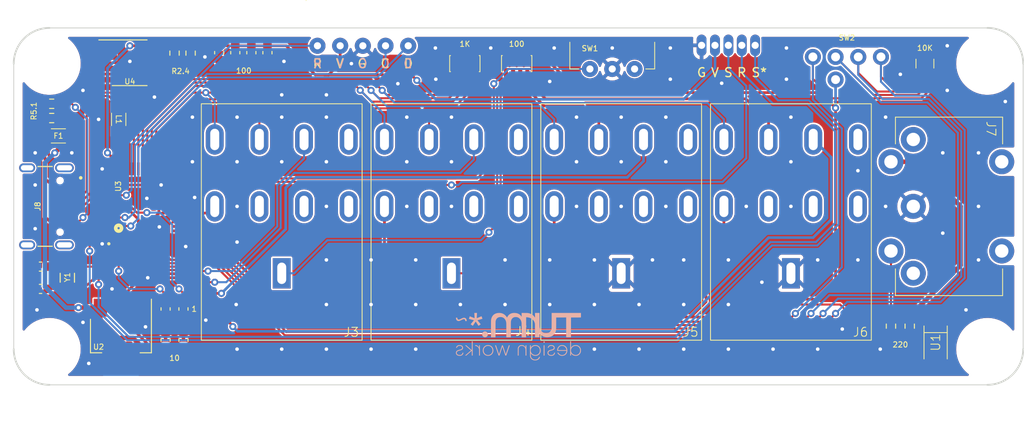
<source format=kicad_pcb>
(kicad_pcb (version 20221018) (generator pcbnew)
  (title_block (title "ark.*~") (date "2023-06-11") (rev "2.0b") (company "Turm Design Works LLC.") (comment 1 "BETA 2.0 "))
  (layers (0 "F.Cu" signal) (31 "B.Cu" signal) (34 "B.Paste" user) (35 "F.Paste" user) (36 "B.SilkS" user "B.Silkscreen") (37 "F.SilkS" user "F.Silkscreen") (38 "B.Mask" user) (39 "F.Mask" user) (44 "Edge.Cuts" user))
  (net 0 "")
  (net 1 "Net-(F1-Pad1)")
  (net 2 "Net-(U2-VIN)")
  (net 3 "Net-(C3-Pad1)")
  (net 4 "Net-(C4-Pad1)")
  (net 5 "Net-(U3-AREF)")
  (net 6 "/5V")
  (net 7 "/USB-D+")
  (net 8 "/USB-D-")
  (net 9 "Net-(U3-VDDCORE)")
  (net 10 "/3.3V")
  (net 11 "/RST")
  (net 12 "/SWCLK")
  (net 13 "/D+")
  (net 14 "/D-")
  (net 15 "/FS1")
  (net 16 "/S1")
  (net 19 "/FS2")
  (net 20 "/S2")
  (net 23 "/EXP1")
  (net 24 "/S3")
  (net 27 "/EXP2")
  (net 28 "/S4")
  (net 31 "Net-(U3-SDA)")
  (net 32 "Net-(U3-SCL)")
  (net 33 "/SWDIO")
  (net 35 "/74SER")
  (net 36 "/GND")
  (net 37 "/MIDIOUT")
  (net 47 "/74SCLK")
  (net 51 "Net-(J7-5V)")
  (net 52 "Net-(J7-DT)")
  (net 55 "Net-(J8-CC1)")
  (net 57 "Net-(J8-CC2)")
  (net 71 "/DIP1")
  (net 72 "/DIP2")
  (net 73 "/DIP4")
  (net 74 "/DIP8")
  (net 75 "/GND-S1")
  (net 76 "/GND-S2")
  (net 77 "/3.3V-E3")
  (net 78 "/3.3V-E4")
  (net 79 "/FS4")
  (net 80 "/FS3")
  (net 81 "/74RCLK")
  (net 82 "/SLIDE-SW")
  (footprint "MyLibrary:MNR04M0ABJ103_register-arrray-small" (layer "F.Cu") (at 177 49)
    (fp_text reference "R11" hide)
    (fp_text value "10K")
  )
  (footprint "Capacitor_SMD:C_0603_1608Metric" (layer "F.Cu") (at 78 74.25 180)
    (fp_text reference "C4" hide)
    (fp_text value "22pF" hide)
  )
  (footprint "MyLibrary:BCN164AB221J7" (layer "F.Cu") (at 131.3 49 180)
    (fp_text reference "R12" hide)
    (fp_text value "100")
  )
  (footprint "MyLibrary:NELTRON_5077CR-16SMC2-BK-TR" (layer "F.Cu") (at 80.18 65 -90)
    (fp_text reference "J8")
    (fp_text value "Type-C_5077CR-16SMC2-BK-TR" hide)
  )
  (footprint "Capacitor_SMD:C_0603_1608Metric" (layer "F.Cu") (at 92 80 -90)
    (fp_text reference "C2" hide)
    (fp_text value "106|10uf" hide)
  )
  (footprint "MyLibrary:BCN164AB221J7" (layer "F.Cu") (at 125.5 49 180)
    (fp_text reference "R8" hide)
    (fp_text value "1K")
  )
  (footprint "MyLibrary:MF-NSMF" (layer "F.Cu") (at 80 57.1)
    (fp_text reference "F1")
    (fp_text value "MF-NSMF050-2" hide)
  )
  (footprint "MyLibrary:SS-12D01G3_SLIDE-SW" (layer "F.Cu") (at 142 49.6)
    (fp_text reference "SW1")
    (fp_text value "SW_SPDT" hide)
  )
  (footprint "Resistor_SMD:R_0603_1608Metric" (layer "F.Cu") (at 175.3 78.425 90)
    (fp_text reference "R5" hide)
    (fp_text value "220")
  )
  (footprint "MyLibrary:MJ-188LPD-8C" (layer "F.Cu") (at 124 72.5)
    (fp_text reference "J4")
    (fp_text value "~" hide)
  )
  (footprint "MyLibrary:KDJ03-5_MIDI" (layer "F.Cu") (at 175.7 65 -90)
    (fp_text reference "J7")
    (fp_text value "~" hide)
  )
  (footprint "MyLibrary:5ZH" (layer "F.Cu") (at 155 46.95)
    (fp_text reference "J9" hide)
    (fp_text value "~")
  )
  (footprint "Resistor_SMD:R_0603_1608Metric" (layer "F.Cu") (at 79.25 55.1 180)
    (fp_text reference "R1" hide)
    (fp_text value "5.1K" hide)
  )
  (footprint "MyLibrary:MJ-188LPD-8C" (layer "F.Cu") (at 162 72.5)
    (fp_text reference "J6")
    (fp_text value "~")
  )
  (footprint "Capacitor_SMD:C_0603_1608Metric" (layer "F.Cu") (at 92 76.5 -90)
    (fp_text reference "C5" hide)
    (fp_text value "1uF" hide)
  )
  (footprint "MyLibrary:bolt-hole-M3" (layer "F.Cu") (at 79.000001 81)
    (fp_text reference "REF**" hide)
    (fp_text value "bolt-hole-M3" hide)
  )
  (footprint "MyLibrary:FR01_dip-rotary16" (layer "F.Cu") (at 168.27 48.25 180)
    (fp_text reference "SW2")
    (fp_text value "~" hide)
  )
  (footprint "MyLibrary:bolt-hole-M3" (layer "F.Cu") (at 184 49)
    (fp_text reference "REF**" hide)
    (fp_text value "bolt-hole-M3" hide)
  )
  (footprint "Capacitor_SMD:C_0603_1608Metric" (layer "F.Cu") (at 78 71.75 180)
    (fp_text reference "C3" hide)
    (fp_text value "22pF" hide)
  )
  (footprint "MyLibrary:SDCW3216-2-222TF" (layer "F.Cu") (at 86.75 55.25 -90)
    (fp_text reference "L1")
    (fp_text value "SDCW3216-2-222TF" hide)
  )
  (footprint "Capacitor_SMD:C_0603_1608Metric" (layer "F.Cu") (at 94 80 90)
    (fp_text reference "C1" hide)
    (fp_text value "106|10uf" hide)
  )
  (footprint "MyLibrary:bolt-hole-M3" (layer "F.Cu") (at 184 81)
    (fp_text reference "REF**" hide)
    (fp_text value "bolt-hole-M3" hide)
  )
  (footprint "MyLibrary:XTAL_FC-135_32.7680KA-A0" (layer "F.Cu") (at 81 73 -90)
    (fp_text reference "Y1")
    (fp_text value "FC-135_32.7680KHz" hide)
  )
  (footprint "Resistor_SMD:R_0603_1608Metric" (layer "F.Cu") (at 79.25 53.5 180)
    (fp_text reference "R2" hide)
    (fp_text value "5.1K" hide)
  )
  (footprint "MyLibrary:bolt-hole-M3" (layer "F.Cu") (at 79.000001 49.000001)
    (fp_text reference "REF**" hide)
    (fp_text value "bolt-hole-M3" hide)
  )
  (footprint "Package_SO:SOIC-8_3.9x4.9mm_P1.27mm" (layer "F.Cu") (at 87.975 48.905)
    (fp_text reference "U4")
    (fp_text value "AT24C32E-EEPROM" hide)
  )
  (footprint "Package_TO_SOT_SMD:SOT-223" (layer "F.Cu") (at 87 79.5 -90)
    (fp_text reference "U2")
    (fp_text value "LM1117GS-3.3" hide)
  )
  (footprint "Resistor_SMD:R_0603_1608Metric" (layer "F.Cu") (at 93 47.825 90)
    (fp_text reference "R4" hide)
    (fp_text value "2.4K" hide)
  )
  (footprint "Capacitor_SMD:C_0603_1608Metric" (layer "F.Cu") (at 98 47.775 90)
    (fp_text reference "C9" hide)
    (fp_text value "100nF" hide)
  )
  (footprint "Capacitor_SMD:C_0603_1608Metric" (layer "F.Cu") (at 103.4 47.775 90)
    (fp_text reference "C10" hide)
    (fp_text value "100nF" hide)
  )
  (footprint "MyLibrary:MJ-188LPD-8C" (layer "F.Cu") (at 105 72.5)
    (fp_text reference "J3")
    (fp_text value "~")
  )
  (footprint "MyLibrary:5tht" (layer "F.Cu") (at 114.08 47 90)
    (fp_text reference "J2" hide)
    (fp_text value "SAMDfix" hide)
  )
  (footprint "Resistor_SMD:R_0603_1608Metric" (layer "F.Cu") (at 94.8 47.825 90)
    (fp_text reference "R3" hide)
    (fp_text value "2.4K" hide)
  )
  (footprint "Capacitor_SMD:C_0603_1608Metric" (layer "F.Cu") (at 99.8 47.775 -90)
    (fp_text reference "C6" hide)
    (fp_text value "100nF" hide)
  )
  (footprint "MyLibrary:MS18F_BARRIER" (layer "F.Cu") (at 178.2 80.25 -90)
    (fp_text reference "U1")
    (fp_text value "MS18F")
  )
  (footprint "Capacitor_SMD:C_0603_1608Metric" (layer "F.Cu") (at 94 76.5 90)
    (fp_text reference "C8" hide)
    (fp_text value "1uF|105" hide)
  )
  (footprint "Capacitor_SMD:C_0603_1608Metric" (layer "F.Cu") (at 101.6 47.775 90)
    (fp_text reference "C7" hide)
    (fp_text value "100nF" hide)
  )
  (footprint "MyLibrary:QFP50P900X900X120-48N" (layer "F.Cu") (at 89.2 65 90)
    (fp_text reference "U3")
    (fp_text value "ATSAMD21G18A_ARM-Cortex-m0+" hide)
  )
  (footprint "MyLibrary:MJ-188LPD-8C" (layer "F.Cu") (at 143 72.5)
    (fp_text reference "J5")
    (fp_text value "~")
  )
  (footprint "Resistor_SMD:R_0603_1608Metric" (layer "F.Cu") (at 173.2 78.425 90)
    (fp_text reference "R6" hide)
    (fp_text value "220")
  )
  (footprint "MyLibrary:tdw14mm" (layer "B.Cu") (at 131.5 79.6 180)
    (fp_text reference "G***" hide)
    (fp_text value "LOGO" hide)
  )
  (gr_line (start 75 49) (end 75 81) (stroke (width 0.1)) (layer "Edge.Cuts"))
  (gr_line (start 79 85) (end 184 85) (stroke (width 0.1)) (layer "Edge.Cuts"))
  (gr_arc (start 75.000001 49.000001) (mid 76.171574 46.171574) (end 79.000001 45.000001) (stroke (width 0.2)) (layer "Edge.Cuts"))
  (gr_line (start 184 45) (end 79 45) (stroke (width 0.1)) (layer "Edge.Cuts"))
  (gr_arc (start 184 45) (mid 186.828427 46.171573) (end 188 49) (stroke (width 0.2)) (layer "Edge.Cuts"))
  (gr_arc (start 188 81) (mid 186.828427 83.828427) (end 184 85) (stroke (width 0.2)) (layer "Edge.Cuts"))
  (gr_line (start 188 81) (end 188 49) (stroke (width 0.1)) (layer "Edge.Cuts"))
  (gr_arc (start 79.000001 85) (mid 76.171574 83.828427) (end 75.000001 81) (stroke (width 0.2)) (layer "Edge.Cuts"))
  (gr_text "V" (at 111.5568 49) (layer "B.SilkS") (effects (font (size 1 1)) (justify mirror)))
  (gr_text "R" (at 109 49) (layer "B.SilkS") (effects (font (size 1 1)) (justify mirror)))
  (gr_text "C" (at 116.586 49) (layer "B.SilkS") (effects (font (size 1 1)) (justify mirror)))
  (gr_text "G" (at 114.0968 49) (layer "B.SilkS") (effects (font (size 1 1)) (justify mirror)))
  (gr_text "D" (at 119.126 49) (layer "B.SilkS") (effects (font (size 1 1)) (justify mirror)))
  (gr_text "C" (at 116.586 49) (layer "F.SilkS") (effects (font (size 1 1))))
  (gr_text "220" (at 174.25 80.5) (layer "F.SilkS") (effects (font (size 0.6 0.6) (thickness 0.1) bold)))
  (gr_text "D" (at 119.1768 49) (layer "F.SilkS") (effects (font (size 1 1))))
  (gr_text "V" (at 111.5 49) (layer "F.SilkS") (effects (font (size 1 1))))
  (gr_text "1" (at 95.2 76.5) (layer "F.SilkS") (effects (font (size 0.6 0.6) (thickness 0.1) bold)))
  (gr_text "R2.4" (at 92.6 50.2) (layer "F.SilkS") (effects (font (size 0.6 0.6) (thickness 0.1) bold) (justify left bottom)))
  (gr_text "10" (at 93 82) (layer "F.SilkS") (effects (font (size 0.6 0.6) (thickness 0.1) bold)))
  (gr_text "G" (at 114 49) (layer "F.SilkS") (effects (font (size 1 1))))
  (gr_text "100" (at 100.75 49.8) (layer "F.SilkS") (effects (font (size 0.6 0.6) (thickness 0.1) bold)))
  (gr_text "V" (at 153.5 50) (layer "F.SilkS") (effects (font (size 1 1))))
  (gr_text "G" (at 152 50) (layer "F.SilkS") (effects (font (size 1 1))))
  (gr_text "S" (at 155 50) (layer "F.SilkS") (effects (font (size 1 1))))
  (gr_text "R" (at 156.5 50) (layer "F.SilkS") (effects (font (size 1 1))))
  (gr_text "R5.1" (at 77.6 55.4 90) (layer "F.SilkS") (effects (font (size 0.6 0.6) (thickness 0.1) bold) (justify left bottom)))
  (gr_text "S*" (at 157.5 50) (layer "F.SilkS") (effects (font (size 1 1)) (justify left)))
  (gr_text "R" (at 108.4 49.6) (layer "F.SilkS") (effects (font (size 1 1)) (justify left bottom)))
  (segment (start 81.095 67.25) (end 79.6 67.25) (width 0.3) (layer "F.Cu") (net 1))
  (segment (start 78.5 61.87) (end 78.5 61) (width 0.3) (layer "F.Cu") (net 1))
  (segment (start 78.5 66.15) (end 78.5 61) (width 0.3) (layer "F.Cu") (net 1))
  (segment (start 81.245 62.6) (end 81.095 62.75) (width 0.3) (layer "F.Cu") (net 1))
  (segment (start 79.38 62.75) (end 78.5 61.87) (width 0.3) (layer "F.Cu") (net 1))
  (segment (start 81.245 67.4) (end 81.095 67.25) (width 0.3) (layer "F.Cu") (net 1))
  (segment (start 78.5 57.1) (end 78.5 61) (width 0.3) (layer "F.Cu") (net 1))
  (segment (start 81.095 62.75) (end 79.38 62.75) (width 0.3) (layer "F.Cu") (net 1))
  (segment (start 79.6 67.25) (end 78.5 66.15) (width 0.3) (layer "F.Cu") (net 1))
  (segment (start 93 82.4) (end 178.2 82.4) (width 0.5) (layer "F.Cu") (net 2))
  (segment (start 88.35 79.75) (end 91 82.4) (width 0.5) (layer "F.Cu") (net 2))
  (segment (start 94 80.775) (end 94 81.4) (width 0.5) (layer "F.Cu") (net 2))
  (segment (start 82.25 76.35) (end 84.7 76.35) (width 0.5) (layer "F.Cu") (net 2))
  (segment (start 84.7 76.35) (end 84.7 77.7) (width 0.5) (layer "F.Cu") (net 2))
  (segment (start 79.6 59) (end 81.5 57.1) (width 0.5) (layer "F.Cu") (net 2))
  (segment (start 86.75 79.75) (end 88.35 79.75) (width 0.5) (layer "F.Cu") (net 2))
  (segment (start 94 81.4) (end 93 82.4) (width 0.5) (layer "F.Cu") (net 2))
  (segment (start 84.7 77.7) (end 86.75 79.75) (width 0.5) (layer "F.Cu") (net 2))
  (segment (start 91 82.4) (end 93 82.4) (width 0.5) (layer "F.Cu") (net 2))
  (via (at 82.25 76.35) (size 0.8) (drill 0.4) (layers "F.Cu" "B.Cu") (net 2))
  (via (at 79.6 59) (size 0.8) (drill 0.4) (layers "F.Cu" "B.Cu") (net 2))
  (segment (start 82.25 76.35) (end 80.85 76.35) (width 0.5) (layer "B.Cu") (net 2))
  (segment (start 78.5 60.1) (end 79.6 59) (width 0.5) (layer "B.Cu") (net 2))
  (segment (start 78.5 74) (end 78.5 60.1) (width 0.5) (layer "B.Cu") (net 2))
  (segment (start 80.85 76.35) (end 78.5 74) (width 0.5) (layer "B.Cu") (net 2))
  (segment (start 84.75 71.75) (end 86.45 70.05) (width 0.23) (layer "F.Cu") (net 3))
  (segment (start 86.45 70.05) (end 86.45 69.2) (width 0.23) (layer "F.Cu") (net 3))
  (segment (start 79 71.75) (end 84.75 71.75) (width 0.23) (layer "F.Cu") (net 3))
  (segment (start 79 74.25) (end 81 74.25) (width 0.23) (layer "F.Cu") (net 4))
  (segment (start 82.787402 74.25) (end 86.95 70.087402) (width 0.23) (layer "F.Cu") (net 4))
  (segment (start 81 74.25) (end 82.787402 74.25) (width 0.23) (layer "F.Cu") (net 4))
  (segment (start 86.95 70.087402) (end 86.95 69.2) (width 0.23) (layer "F.Cu") (net 4))
  (segment (start 86.75 71.5) (end 87.95 70.3) (width 0.23) (layer "F.Cu") (net 5))
  (segment (start 92 74.875) (end 92 75.725) (width 0.23) (layer "F.Cu") (net 5))
  (segment (start 86.75 72.25) (end 86.75 71.5) (width 0.23) (layer "F.Cu") (net 5))
  (segment (start 91.375 74.25) (end 92 74.875) (width 0.23) (layer "F.Cu") (net 5))
  (segment (start 87.95 70.3) (end 87.95 69.2) (width 0.23) (layer "F.Cu") (net 5))
  (via (at 86.75 72.25) (size 0.8) (drill 0.4) (layers "F.Cu" "B.Cu") (net 5))
  (via (at 91.375 74.25) (size 0.8) (drill 0.4) (layers "F.Cu" "B.Cu") (net 5))
  (segment (start 87.95 74.25) (end 91.375 74.25) (width 0.23) (layer "B.Cu") (net 5))
  (segment (start 86.75 72.25) (end 86.75 73.05) (width 0.23) (layer "B.Cu") (net 5))
  (segment (start 86.75 73.05) (end 87.95 74.25) (width 0.23) (layer "B.Cu") (net 5))
  (segment (start 178.2 78.1) (end 177.05 79.25) (width 0.5) (layer "F.Cu") (net 6))
  (segment (start 177.05 79.25) (end 175.3 79.25) (width 0.5) (layer "F.Cu") (net 6))
  (segment (start 82.3 64.75) (end 83.55 63.5) (width 0.23) (layer "F.Cu") (net 7))
  (segment (start 81.245 64.75) (end 82.3 64.75) (width 0.23) (layer "F.Cu") (net 7))
  (segment (start 85.63 52.63) (end 86.25 53.25) (width 0.23) (layer "F.Cu") (net 7))
  (segment (start 83.55 53.487402) (end 84.407402 52.63) (width 0.23) (layer "F.Cu") (net 7))
  (segment (start 83.55 64.2) (end 83.55 53.487402) (width 0.23) (layer "F.Cu") (net 7))
  (segment (start 82 65.75) (end 83.55 64.2) (width 0.23) (layer "F.Cu") (net 7))
  (segment (start 81.245 65.75) (end 82 65.75) (width 0.23) (layer "F.Cu") (net 7))
  (segment (start 84.407402 52.63) (end 85.63 52.63) (width 0.23) (layer "F.Cu") (net 7))
  (segment (start 86.25 53.25) (end 86.25 53.925) (width 0.23) (layer "F.Cu") (net 7))
  (segment (start 82.1875 64.25) (end 83.17 63.2675) (width 0.23) (layer "F.Cu") (net 8))
  (segment (start 81.245 64.25) (end 82.1875 64.25) (width 0.23) (layer "F.Cu") (net 8))
  (segment (start 86.25 52.25) (end 87.25 53.25) (width 0.23) (layer "F.Cu") (net 8))
  (segment (start 80.04 65.25) (end 81.245 65.25) (width 0.23) (layer "F.Cu") (net 8))
  (segment (start 81.245 64.25) (end 80.05 64.25) (width 0.23) (layer "F.Cu") (net 8))
  (segment (start 87.25 53.25) (end 87.25 53.925) (width 0.23) (layer "F.Cu") (net 8))
  (segment (start 79.75 64.96) (end 80.04 65.25) (width 0.23) (layer "F.Cu") (net 8))
  (segment (start 79.75 64.55) (end 79.75 64.96) (width 0.23) (layer "F.Cu") (net 8))
  (segment (start 83.17 63.2675) (end 83.17 53.33) (width 0.23) (layer "F.Cu") (net 8))
  (segment (start 83.17 53.33) (end 84.25 52.25) (width 0.23) (layer "F.Cu") (net 8))
  (segment (start 84.25 52.25) (end 86.25 52.25) (width 0.23) (layer "F.Cu") (net 8))
  (segment (start 80.05 64.25) (end 79.75 64.55) (width 0.23) (layer "F.Cu") (net 8))
  (segment (start 86.778102 64.885) (end 86.413102 65.25) (width 0.23) (layer "F.Cu") (net 9))
  (segment (start 93.5 74.25) (end 94 74.75) (width 0.23) (layer "F.Cu") (net 9))
  (segment (start 89.9 65.7) (end 88.786898 65.7) (width 0.23) (layer "F.Cu") (net 9))
  (segment (start 88.786898 65.7) (end 87.971898 64.885) (width 0.23) (layer "F.Cu") (net 9))
  (segment (start 86.413102 65.25) (end 85 65.25) (width 0.23) (layer "F.Cu") (net 9))
  (segment (start 94 74.75) (end 94 75.725) (width 0.23) (layer "F.Cu") (net 9))
  (segment (start 87.971898 64.885) (end 86.778102 64.885) (width 0.23) (layer "F.Cu") (net 9))
  (via (at 93.5 74.25) (size 0.8) (drill 0.4) (layers "F.Cu" "B.Cu") (net 9))
  (via (at 89.9 65.7) (size 0.8) (drill 0.4) (layers "F.Cu" "B.Cu") (net 9))
  (segment (start 93.5 74.25) (end 92.75 73.5) (width 0.23) (layer "B.Cu") (net 9))
  (segment (start 91.4 65.7) (end 89.9 65.7) (width 0.23) (layer "B.Cu") (net 9))
  (segment (start 92.75 73.5) (end 92.75 67.05) (width 0.23) (layer "B.Cu") (net 9))
  (segment (start 92.75 67.05) (end 91.4 65.7) (width 0.23) (layer "B.Cu") (net 9))
  (segment (start 119.5 50.25) (end 108.75 50.25) (width 0.3) (layer "F.Cu") (net 10))
  (segment (start 161.8 75.4) (end 159.8 77.4) (width 0.3) (layer "F.Cu") (net 10))
  (segment (start 167 53.975) (end 165.275 52.25) (width 0.3) (layer "F.Cu") (net 10))
  (segment (start 167 73.3) (end 164.9 75.4) (width 0.3) (layer "F.Cu") (net 10))
  (segment (start 87 77.436091) (end 90.338909 80.775) (width 0.3) (layer "F.Cu") (net 10))
  (segment (start 96.75 65.75) (end 93.4 65.75) (width 0.3) (layer "F.Cu") (net 10))
  (segment (start 110.25 50.25) (end 111.54 48.96) (width 0.3) (layer "F.Cu") (net 10))
  (segment (start 167 53.975) (end 167 73.3) (width 0.3) (layer "F.Cu") (net 10))
  (segment (start 152.5 75.7) (end 150.8 77.4) (width 0.3) (layer "F.Cu") (net 10))
  (segment (start 91.25 65.75) (end 88.95 68.05) (width 0.3) (layer "F.Cu") (net 10))
  (segment (start 88.95 73.3) (end 88.95 69.2) (width 0.3) (layer "F.Cu") (net 10))
  (segment (start 108.75 50.25) (end 105.5 47) (width 0.3) (layer "F.Cu") (net 10))
  (segment (start 86.5 65.75) (end 85 65.75) (width 0.3) (layer "F.Cu") (net 10))
  (segment (start 138.375 52.25) (end 134.125 48) (width 0.3) (layer "F.Cu") (net 10))
  (segment (start 91.25 65.75) (end 91.25 63.95) (width 0.3) (layer "F.Cu") (net 10))
  (segment (start 165.275 52.25) (end 138.375 52.25) (width 0.3) (layer "F.Cu") (net 10))
  (segment (start 86.45 59.95) (end 86.45 60.8) (width 0.3) (layer "F.Cu") (net 10))
  (segment (start 91.25 63.95) (end 89.9 62.6) (width 0.3) (layer "F.Cu") (net 10))
  (segment (start 88.95 69.2) (end 88.95 66.45) (width 0.3) (layer "F.Cu") (net 10))
  (segment (start 94.25 65.75) (end 93.4 65.75) (width 0.3) (layer "F.Cu") (net 10))
  (segment (start 133.5 69.7) (end 133.5 75.3) (width 0.3) (layer "F.Cu") (net 10))
  (segment (start 87.15 62.6) (end 86.45 61.9) (width 0.3) (layer "F.Cu") (net 10))
  (segment (start 85.5 59) (end 86.45 59.95) (width 0.3) (layer "F.Cu") (net 10))
  (segment (start 134.125 48) (end 131.9 48) (width 0.3) (layer "F.Cu") (net 10))
  (segment (start 88.95 68.05) (end 88.95 68.15) (width 0.3) (layer "F.Cu") (net 10))
  (segment (start 111.54 48.96) (end 111.54 47) (width 0.3) (layer "F.Cu") (net 10))
  (segment (start 87 76.35) (end 87 75.25) (width 0.3) (layer "F.Cu") (net 10))
  (segment (start 152.5 69.9) (end 152.5 75.7) (width 0.3) (layer "F.Cu") (net 10))
  (segment (start 94.5 65.763494) (end 94.5 65.75) (width 0.3) (layer "F.Cu") (net 10))
  (segment (start 133.5 75.3) (end 131.4 77.4) (width 0.3) (layer "F.Cu") (net 10))
  (segment (start 116.5 72.515) (end 111.615 77.4) (width 0.3) (layer "F.Cu") (net 10))
  (segment (start 135.5 65) (end 135.5 67.7) (width 0.3) (layer "F.Cu") (net 10))
  (segment (start 87 76.35) (end 87 77.436091) (width 0.3) (layer "F.Cu") (net 10))
  (segment (start 105.5 47) (end 88 47) (width 0.3) (layer "F.Cu") (net 10))
  (segment (start 91.35 65.75) (end 91.25 65.75) (width 0.3) (layer "F.Cu") (net 10))
  (segment (start 135.5 67.7) (end 133.5 69.7) (width 0.3) (layer "F.Cu") (net 10))
  (segment (start 154.5 65) (end 154.5 67.9) (width 0.3) (layer "F.Cu") (net 10))
  (segment (start 159.8 77.4) (end 106.136506 77.4) (width 0.3) (layer "F.Cu") (net 10))
  (segment (start 88.95 66.45) (end 87.8 65.3) (width 0.3) (layer "F.Cu") (net 10))
  (segment (start 164.9 75.4) (end 161.8 75.4) (width 0.3) (layer "F.Cu") (net 10))
  (segment (start 154.5 67.9) (end 152.5 69.9) (width 0.3) (layer "F.Cu") (net 10))
  (segment (start 116.5 65) (end 116.5 72.515) (width 0.3) (layer "F.Cu") (net 10))
  (segment (start 90.338909 80.775) (end 92 80.775) (width 0.3) (layer "F.Cu") (net 10))
  (segment (start 89.9 62.6) (end 87.15 62.6) (width 0.3) (layer "F.Cu") (net 10))
  (segment (start 111.615 77.4) (end 111.6 77.4) (width 0.3) (layer "F.Cu") (net 10))
  (segment (start 106.136506 77.4) (end 94.5 65.763494) (width 0.3) (layer "F.Cu") (net 10))
  (segment (start 86.95 65.3) (end 86.5 65.75) (width 0.3) (layer "F.Cu") (net 10))
  (segment (start 109.75 50.25) (end 110.25 50.25) (width 0.3) (layer "F.Cu") (net 10))
  (segment (start 87 75.25) (end 88.95 73.3) (width 0.3) (layer "F.Cu") (net 10))
  (segment (start 93.4 65.75) (end 91.35 65.75) (width 0.3) (layer "F.Cu") (net 10))
  (segment (start 86.45 61.9) (end 86.45 60.8) (width 0.3) (layer "F.Cu") (net 10))
  (segment (start 87.8 65.3) (end 86.95 65.3) (width 0.3) (layer "F.Cu") (net 10))
  (segment (start 120.125 50.875) (end 119.5 50.25) (width 0.3) (layer "F.Cu") (net 10))
  (segment (start 97.5 65) (end 96.75 65.75) (width 0.3) (layer "F.Cu") (net 10))
  (via (at 85.5 59) (size 0.8) (drill 0.4) (layers "F.Cu" "B.Cu") (net 10))
  (via (at 120.125 50.875) (size 0.8) (drill 0.4) (layers "F.Cu" "B.Cu") (net 10))
  (via (at 88 47) (size 0.8) (drill 0.4) (layers "F.Cu" "B.Cu") (net 10))
  (via (at 167 53.975) (size 0.8) (drill 0.4) (layers "F.Cu" "B.Cu") (net 10))
  (segment (start 85.5 49.5) (end 88 47) (width 0.3) (layer "B.Cu") (net 10))
  (segment (start 150 53) (end 153.5 49.5) (width 0.3) (layer "B.Cu") (net 10))
  (segment (start 122.25 53) (end 150 53) (width 0.3) (layer "B.Cu") (net 10))
  (segment (start 120.125 50.875) (end 122.25 53) (width 0.3) (layer "B.Cu") (net 10))
  (segment (start 153.5 49.5) (end 153.5 46.95) (width 0.3) (layer "B.Cu") (net 10))
  (segment (start 167 53.975) (end 167 50.79) (width 0.3) (layer "B.Cu") (net 10))
  (segment (start 85.5 59) (end 85.5 49.5) (width 0.3) (layer "B.Cu") (net 10))
  (segment (start 87.6 63.75) (end 85 63.75) (width 0.23) (layer "F.Cu") (net 11))
  (via (at 87.6 63.75) (size 0.8) (drill 0.4) (layers "F.Cu" "B.Cu") (net 11))
  (segment (start 88.19 63.16) (end 88.19 58.045472) (width 0.23) (layer "B.Cu") (net 11))
  (segment (start 88.19 58.045472) (end 99.235472 47) (width 0.23) (layer "B.Cu") (net 11))
  (segment (start 99.235472 47) (end 109 47) (width 0.23) (layer "B.Cu") (net 11))
  (segment (start 87.6 63.75) (end 88.19 63.16) (width 0.23) (layer "B.Cu") (net 11))
  (segment (start 87.45 66.25) (end 85 66.25) (width 0.23) (layer "F.Cu") (net 12))
  (via (at 87.45 66.25) (size 0.8) (drill 0.4) (layers "F.Cu" "B.Cu") (net 12))
  (segment (start 88.57 65.58) (end 88.57 58.202874) (width 0.23) (layer "B.Cu") (net 12))
  (segment (start 87.9 66.25) (end 88.57 65.58) (width 0.23) (layer "B.Cu") (net 12))
  (segment (start 88.57 58.202874) (end 96.602874 50.17) (width 0.23) (layer "B.Cu") (net 12))
  (segment (start 96.602874 50.17) (end 115.52331 50.17) (width 0.23) (layer "B.Cu") (net 12))
  (segment (start 116.62 49.07331) (end 116.62 47) (width 0.23) (layer "B.Cu") (net 12))
  (segment (start 87.45 66.25) (end 87.9 66.25) (width 0.23) (layer "B.Cu") (net 12))
  (segment (start 115.52331 50.17) (end 116.62 49.07331) (width 0.23) (layer "B.Cu") (net 12))
  (segment (start 86.25 57.25) (end 87.45 58.45) (width 0.23) (layer "F.Cu") (net 13))
  (segment (start 87.45 58.45) (end 87.45 60.8) (width 0.23) (layer "F.Cu") (net 13))
  (segment (start 86.25 56.575) (end 86.25 57.25) (width 0.23) (layer "F.Cu") (net 13))
  (segment (start 87.25 57.25) (end 87.95 57.95) (width 0.23) (layer "F.Cu") (net 14))
  (segment (start 87.25 56.575) (end 87.25 57.25) (width 0.23) (layer "F.Cu") (net 14))
  (segment (start 87.95 57.95) (end 87.95 60.8) (width 0.23) (layer "F.Cu") (net 14))
  (segment (start 95.75 72.25) (end 95.255 71.755) (width 0.23) (layer "F.Cu") (net 15))
  (segment (start 95.255 71.755) (end 92.265696 71.755) (width 0.23) (layer "F.Cu") (net 15))
  (segment (start 90.95 70.439304) (end 90.95 69.2) (width 0.23) (layer "F.Cu") (net 15))
  (segment (start 92.265696 71.755) (end 90.95 70.439304) (width 0.23) (layer "F.Cu") (net 15))
  (segment (start 96.75 72.25) (end 95.75 72.25) (width 0.23) (layer "F.Cu") (net 15))
  (via (at 96.75 72.25) (size 0.8) (drill 0.4) (layers "F.Cu" "B.Cu") (net 15))
  (segment (start 99.5 72.25) (end 104.5 67.25) (width 0.23) (layer "B.Cu") (net 15))
  (segment (start 104.5 62.625) (end 107.5 59.625) (width 0.23) (layer "B.Cu") (net 15))
  (segment (start 96.75 72.25) (end 99.5 72.25) (width 0.23) (layer "B.Cu") (net 15))
  (segment (start 107.5 59.625) (end 107.5 57.5) (width 0.23) (layer "B.Cu") (net 15))
  (segment (start 104.5 67.25) (end 104.5 62.625) (width 0.23) (layer "B.Cu") (net 15))
  (segment (start 90.95 56.412206) (end 90.95 60.8) (width 0.23) (layer "F.Cu") (net 16))
  (segment (start 124.56 53.64) (end 126.7 51.5) (width 0.23) (layer "F.Cu") (net 16))
  (segment (start 96.5 52.25) (end 95.112206 52.25) (width 0.23) (layer "F.Cu") (net 16))
  (segment (start 100.324804 52.25) (end 101.714804 53.64) (width 0.23) (layer "F.Cu") (net 16))
  (segment (start 126.7 51.5) (end 126.7 50) (width 0.23) (layer "F.Cu") (net 16))
  (segment (start 95.112206 52.25) (end 90.95 56.412206) (width 0.23) (layer "F.Cu") (net 16))
  (segment (start 101.714804 53.64) (end 124.56 53.64) (width 0.23) (layer "F.Cu") (net 16))
  (segment (start 96.5 52.25) (end 100.324804 52.25) (width 0.23) (layer "F.Cu") (net 16))
  (via (at 96.5 52.25) (size 0.8) (drill 0.4) (layers "F.Cu" "B.Cu") (net 16))
  (segment (start 96.5 52.25) (end 97.5 53.25) (width 0.23) (layer "B.Cu") (net 16))
  (segment (start 97.5 53.25) (end 97.5 57.5) (width 0.23) (layer "B.Cu") (net 16))
  (segment (start 91.95 60.8) (end 91.95 56.48701) (width 0.23) (layer "F.Cu") (net 19))
  (segment (start 100.38 53.38) (end 102.5 55.5) (width 0.23) (layer "F.Cu") (net 19))
  (segment (start 91.95 56.48701) (end 95.05701 53.38) (width 0.23) (layer "F.Cu") (net 19))
  (segment (start 95.05701 53.38) (end 100.38 53.38) (width 0.23) (layer "F.Cu") (net 19))
  (segment (start 102.5 55.5) (end 102.5 57.5) (width 0.23) (layer "F.Cu") (net 19))
  (segment (start 95.324804 51.5) (end 90.45 56.374804) (width 0.23) (layer "F.Cu") (net 20))
  (segment (start 113.7875 51.9875) (end 113.3 51.5) (width 0.23) (layer "F.Cu") (net 20))
  (segment (start 115.06 53.26) (end 124.14 53.26) (width 0.23) (layer "F.Cu") (net 20))
  (segment (start 113.7875 51.9875) (end 115.06 53.26) (width 0.23) (layer "F.Cu") (net 20))
  (segment (start 125.9 51.5) (end 125.9 50) (width 0.23) (layer "F.Cu") (net 20))
  (segment (start 124.14 53.26) (end 125.9 51.5) (width 0.23) (layer "F.Cu") (net 20))
  (segment (start 113.3 51.5) (end 95.324804 51.5) (width 0.23) (layer "F.Cu") (net 20))
  (segment (start 90.45 56.374804) (end 90.45 60.8) (width 0.23) (layer "F.Cu") (net 20))
  (via (at 113.7875 51.9875) (size 0.8) (drill 0.4) (layers "F.Cu" "B.Cu") (net 20))
  (segment (start 116.5 54.7) (end 116.5 57.5) (width 0.23) (layer "B.Cu") (net 20))
  (segment (start 113.7875 51.9875) (end 116.5 54.7) (width 0.23) (layer "B.Cu") (net 20))
  (segment (start 98.25 74.75) (end 96.75 74.75) (width 0.3) (layer "F.Cu") (net 23))
  (segment (start 89.95 70.563604) (end 89.95 69.2) (width 0.3) (layer "F.Cu") (net 23))
  (segment (start 94.55 72.55) (end 91.936396 72.55) (width 0.3) (layer "F.Cu") (net 23))
  (segment (start 91.936396 72.55) (end 89.95 70.563604) (width 0.3) (layer "F.Cu") (net 23))
  (segment (start 96.75 74.75) (end 94.55 72.55) (width 0.3) (layer "F.Cu") (net 23))
  (via (at 98.25 74.75) (size 0.8) (drill 0.4) (layers "F.Cu" "B.Cu") (net 23))
  (segment (start 106.6243 61.75) (end 143.675 61.75) (width 0.3) (layer "B.Cu") (net 23))
  (segment (start 143.675 61.75) (end 145.5 59.925) (width 0.3) (layer "B.Cu") (net 23))
  (segment (start 105.445 62.9293) (end 106.6243 61.75) (width 0.3) (layer "B.Cu") (net 23))
  (segment (start 105.445 67.555) (end 105.445 62.9293) (width 0.3) (layer "B.Cu") (net 23))
  (segment (start 98.25 74.75) (end 105.445 67.555) (width 0.3) (layer "B.Cu") (net 23))
  (segment (start 145.5 59.925) (end 145.5 57.5) (width 0.3) (layer "B.Cu") (net 23))
  (segment (start 115 52) (end 115.88 52.88) (width 0.23) (layer "F.Cu") (net 24))
  (segment (start 123.72 52.88) (end 125.1 51.5) (width 0.23) (layer "F.Cu") (net 24))
  (segment (start 114.12 51.12) (end 95.167403 51.12) (width 0.23) (layer "F.Cu") (net 24))
  (segment (start 115 52) (end 114.12 51.12) (width 0.23) (layer "F.Cu") (net 24))
  (segment (start 125.1 51.5) (end 125.1 50) (width 0.23) (layer "F.Cu") (net 24))
  (segment (start 95.167403 51.12) (end 89.95 56.337402) (width 0.23) (layer "F.Cu") (net 24))
  (segment (start 115.88 52.88) (end 123.72 52.88) (width 0.23) (layer "F.Cu") (net 24))
  (segment (start 89.95 56.337402) (end 89.95 60.8) (width 0.23) (layer "F.Cu") (net 24))
  (via (at 115 52) (size 0.8) (drill 0.4) (layers "F.Cu" "B.Cu") (net 24))
  (segment (start 115 52) (end 116.795 53.795) (width 0.23) (layer "B.Cu") (net 24))
  (segment (start 134.045 53.795) (end 135.5 55.25) (width 0.23) (layer "B.Cu") (net 24))
  (segment (start 116.795 53.795) (end 134.045 53.795) (width 0.23) (layer "B.Cu") (net 24))
  (segment (start 135.5 55.25) (end 135.5 57.5) (width 0.23) (layer "B.Cu") (net 24))
  (segment (start 91.75 73) (end 89.45 70.7) (width 0.3) (layer "F.Cu") (net 27))
  (segment (start 89.45 70.7) (end 89.45 69.2) (width 0.3) (layer "F.Cu") (net 27))
  (segment (start 99.525 78.411396) (end 94.113604 73) (width 0.3) (layer "F.Cu") (net 27))
  (segment (start 99.525 78.475) (end 99.525 78.411396) (width 0.3) (layer "F.Cu") (net 27))
  (segment (start 94.113604 73) (end 91.75 73) (width 0.3) (layer "F.Cu") (net 27))
  (via (at 99.525 78.475) (size 0.8) (drill 0.4) (layers "F.Cu" "B.Cu") (net 27))
  (segment (start 100.05 79) (end 149 79) (width 0.3) (layer "B.Cu") (net 27))
  (segment (start 149 79) (end 159.5 68.5) (width 0.3) (layer "B.Cu") (net 27))
  (segment (start 166.5 59.5) (end 164.5 57.5) (width 0.3) (layer "B.Cu") (net 27))
  (segment (start 99.525 78.475) (end 100.05 79) (width 0.3) (layer "B.Cu") (net 27))
  (segment (start 166.5 66.481551) (end 166.5 59.5) (width 0.3) (layer "B.Cu") (net 27))
  (segment (start 159.5 68.5) (end 164.481551 68.5) (width 0.3) (layer "B.Cu") (net 27))
  (segment (start 164.481551 68.5) (end 166.5 66.481551) (width 0.3) (layer "B.Cu") (net 27))
  (segment (start 116.75 52.5) (end 123.3 52.5) (width 0.23) (layer "F.Cu") (net 28))
  (segment (start 124.3 51.5) (end 124.3 50) (width 0.23) (layer "F.Cu") (net 28))
  (segment (start 116.25 52) (end 114.99 50.74) (width 0.23) (layer "F.Cu") (net 28))
  (segment (start 123.3 52.5) (end 124.3 51.5) (width 0.23) (layer "F.Cu") (net 28))
  (segment (start 116.25 52) (end 116.75 52.5) (width 0.23) (layer "F.Cu") (net 28))
  (segment (start 114.99 50.74) (end 95.010002 50.74) (width 0.23) (layer "F.Cu") (net 28))
  (segment (start 89.45 56.3) (end 89.45 60.8) (width 0.23) (layer "F.Cu") (net 28))
  (segment (start 95.010002 50.74) (end 89.45 56.3) (width 0.23) (layer "F.Cu") (net 28))
  (via (at 116.25 52) (size 0.8) (drill 0.4) (layers "F.Cu" "B.Cu") (net 28))
  (segment (start 152.665 53.415) (end 154.5 55.25) (width 0.23) (layer "B.Cu") (net 28))
  (segment (start 117.665 53.415) (end 152.665 53.415) (width 0.23) (layer "B.Cu") (net 28))
  (segment (start 116.25 52) (end 117.665 53.415) (width 0.23) (layer "B.Cu") (net 28))
  (segment (start 154.5 55.25) (end 154.5 57.5) (width 0.23) (layer "B.Cu") (net 28))
  (segment (start 88.95 52.31) (end 90.45 50.81) (width 0.23) (layer "F.Cu") (net 31))
  (segment (start 92.64 50.81) (end 94.8 48.65) (width 0.23) (layer "F.Cu") (net 31))
  (segment (start 88.95 60.8) (end 88.95 52.31) (width 0.23) (layer "F.Cu") (net 31))
  (segment (start 90.45 50.81) (end 92.64 50.81) (width 0.23) (layer "F.Cu") (net 31))
  (segment (start 90.45 49.54) (end 92.11 49.54) (width 0.23) (layer "F.Cu") (net 32))
  (segment (start 92.11 49.54) (end 93 48.65) (width 0.23) (layer "F.Cu") (net 32))
  (segment (start 88.45 50.55) (end 89.46 49.54) (width 0.23) (layer "F.Cu") (net 32))
  (segment (start 88.45 60.8) (end 88.45 50.55) (width 0.23) (layer "F.Cu") (net 32))
  (segment (start 89.46 49.54) (end 90.45 49.54) (width 0.23) (layer "F.Cu") (net 32))
  (segment (start 86.45 66.75) (end 85 66.75) (width 0.23) (layer "F.Cu") (net 33))
  (segment (start 88.1 67.2) (end 86.9 67.2) (width 0.23) (layer "F.Cu") (net 33))
  (segment (start 86.9 67.2) (end 86.45 66.75) (width 0.23) (layer "F.Cu") (net 33))
  (via (at 88.1 67.2) (size 0.8) (drill 0.4) (layers "F.Cu" "B.Cu") (net 33))
  (segment (start 88.1 67.2) (end 88.95 66.35) (width 0.23) (layer "B.Cu") (net 33))
  (segment (start 88.95 58.360276) (end 96.760276 50.55) (width 0.23) (layer "B.Cu") (net 33))
  (segment (start 96.760276 50.55) (end 115.680712 50.55) (width 0.23) (layer "B.Cu") (net 33))
  (segment (start 117 49.230712) (end 117 49.16) (width 0.23) (layer "B.Cu") (net 33))
  (segment (start 115.680712 50.55) (end 117 49.230712) (width 0.23) (layer "B.Cu") (net 33))
  (segment (start 117 49.16) (end 119.16 47) (width 0.23) (layer "B.Cu") (net 33))
  (segment (start 88.95 66.35) (end 88.95 58.360276) (width 0.23) (layer "B.Cu") (net 33))
  (segment (start 84.118125 67.25) (end 85 67.25) (width 0.23) (layer "F.Cu") (net 35))
  (segment (start 83.5 70) (end 83.5 67.868125) (width 0.23) (layer "F.Cu") (net 35))
  (segment (start 83.5 67.868125) (end 84.118125 67.25) (width 0.23) (layer "F.Cu") (net 35))
  (via (at 83.5 70) (size 0.8) (drill 0.4) (layers "F.Cu" "B.Cu") (net 35))
  (segment (start 87.712598 80) (end 149.252046 80) (width 0.23) (layer "B.Cu") (net 35))
  (segment (start 83.5 70) (end 83.5 75.787402) (width 0.23) (layer "B.Cu") (net 35))
  (segment (start 164.957401 69.38) (end 167.32 67.017401) (width 0.23) (layer "B.Cu") (net 35))
  (segment (start 167.32 67.017401) (end 167.32 56.424288) (width 0.23) (layer "B.Cu") (net 35))
  (segment (start 159.872046 69.38) (end 164.957401 69.38) (width 0.23) (layer "B.Cu") (net 35))
  (segment (start 158 50.564644) (end 158 46.95) (width 0.23) (layer "B.Cu") (net 35))
  (segment (start 83.5 75.787402) (end 87.712598 80) (width 0.23) (layer "B.Cu") (net 35))
  (segment (start 160.555355 53.119999) (end 158 50.564644) (width 0.23) (layer "B.Cu") (net 35))
  (segment (start 164.015711 53.12) (end 160.555355 53.119999) (width 0.23) (layer "B.Cu") (net 35))
  (segment (start 149.252046 80) (end 159.872046 69.38) (width 0.23) (layer "B.Cu") (net 35))
  (segment (start 167.32 56.424288) (end 164.015711 53.12) (width 0.23) (layer "B.Cu") (net 35))
  (via (at 82.75 78) (size 0.8) (drill 0.4) (layers "F.Cu" "B.Cu") (net 36))
  (via (at 125 76) (size 0.8) (drill 0.4) (layers "F.Cu" "B.Cu") (net 36))
  (via (at 183 65) (size 0.8) (drill 0.4) (layers "F.Cu" "B.Cu") (net 36))
  (via (at 88 48.75) (size 0.8) (drill 0.4) (layers "F.Cu" "B.Cu") (net 36))
  (via (at 135 76) (size 0.8) (drill 0.4) (layers "F.Cu" "B.Cu") (net 36))
  (via (at 148 60) (size 0.8) (drill 0.4) (layers "F.Cu" "B.Cu") (net 36))
  (via (at 115 71) (size 0.8) (drill 0.4) (layers "F.Cu" "B.Cu") (net 36))
  (via (at 148 55) (size 0.8) (drill 0.4) (layers "F.Cu" "B.Cu") (net 36))
  (via (at 118 51.25) (size 0.8) (drill 0.4) (layers "F.Cu" "B.Cu") (net 36))
  (via (at 110 71) (size 0.8) (drill 0.4) (layers "F.Cu" "B.Cu") (net 36))
  (via (at 150 81) (size 0.8) (drill 0.4) (layers "F.Cu" "B.Cu") (net 36))
  (via (at 140 76) (size 0.8) (drill 0.4) (layers "F.Cu" "B.Cu") (net 36))
  (via (at 145 76) (size 0.8) (drill 0.4) (layers "F.Cu" "B.Cu") (net 36))
  (via (at 162 65) (size 0.8) (drill 0.4) (layers "F.Cu" "B.Cu") (net 36))
  (via (at 99.9 76) (size 0.8) (drill 0.4) (layers "F.Cu" "B.Cu") (net 36))
  (via (at 84.9 60.8) (size 0.8) (drill 0.4) (layers "F.Cu" "B.Cu") (net 36))
  (via (at 105 60) (size 0.8) (drill 0.4) (layers "F.Cu" "B.Cu") (net 36))
  (via (at 100 65) (size 0.8) (drill 0.4) (layers "F.Cu" "B.Cu") (net 36))
  (via (at 167.75 78.75) (size 0.8) (drill 0.4) (layers "F.Cu" "B.Cu") (net 36))
  (via (at 120 81) (size 0.8) (drill 0.4) (layers "F.Cu" "B.Cu") (net 36))
  (via (at 119 65) (size 0.8) (drill 0.4) (layers "F.Cu" "B.Cu") (net 36))
  (via (at 142 47.25) (size 0.8) (drill 0.4) (layers "F.Cu" "B.Cu") (net 36))
  (via (at 146.5 71) (size 0.8) (drill 0.4) (layers "F.Cu" "B.Cu") (net 36))
  (via (at 77.4 67.5) (size 0.8) (drill 0.4) (layers "F.Cu" "B.Cu") (net 36))
  (via (at 135 71) (size 0.8) (drill 0.4) (layers "F.Cu" "B.Cu") (net 36))
  (via (at 183 71) (size 0.8) (drill 0.4) (layers "F.Cu" "B.Cu") (net 36))
  (via (at 122.25 50.75) (size 0.8) (drill 0.4) (layers "F.Cu" "B.Cu") (net 36))
  (via (at 130 76) (size 0.8) (drill 0.4) (layers "F.Cu" "B.Cu") (net 36))
  (via (at 84.5 55.25) (size 0.8) (drill 0.4) (layers "F.Cu" "B.Cu") (net 36))
  (via (at 100 55) (size 0.8) (drill 0.4) (layers "F.Cu" "B.Cu") (net 36))
  (via (at 165 71) (size 0.8) (drill 0.4) (layers "F.Cu" "B.Cu") (net 36))
  (via (at 148 65) (size 0.8) (drill 0.4) (layers "F.Cu" "B.Cu") (net 36))
  (via (at 110 55) (size 0.8) (drill 0.4) (layers "F.Cu" "B.Cu") (net 36))
  (via (at 119 55) (size 0.8) (drill 0.4) (layers "F.Cu" "B.Cu") (net 36))
  (via (at 162 60) (size 0.8) (drill 0.4) (layers "F.Cu" "B.Cu") (net 36))
  (via (at 86 74.25) (size 0.8) (drill 0.4) (layers "F.Cu" "B.Cu") (net 36))
  (via (at 105 52.5) (size 0.8) (drill 0.4) (layers "F.Cu" "B.Cu") (net 36))
  (via (at 130 71) (size 0.8) (drill 0.4) (layers "F.Cu" "B.Cu") (net 36))
  (via (at 82.75 52) (size 0.8) (drill 0.4) (layers "F.Cu" "B.Cu") (net 36))
  (via (at 110 76) (size 0.8) (drill 0.4) (layers "F.Cu" "B.Cu") (net 36))
  (via (at 110 60) (size 0.8) (drill 0.4) (layers "F.Cu" "B.Cu") (net 36))
  (via (at 81.5 59) (size 0.8) (drill 0.4) (layers "F.Cu" "B.Cu") (net 36))
  (via (at 161.5 47.25) (size 0.8) (drill 0.4) (layers "F.Cu" "B.Cu") (net 36))
  (via (at 158.75 73.5) (size 0.8) (drill 0.4) (layers "F.Cu" "B.Cu") (net 36))
  (via (at 100 81) (size 0.8) (drill 0.4) (layers "F.Cu" "B.Cu") (net 36))
  (via (at 179.5 47) (size 0.8) (drill 0.4) (layers "F.Cu" "B.Cu") (net 36))
  (via (at 138 55) (size 0.8) (drill 0.4) (layers "F.Cu" "B.Cu") (net 36))
  (via (at 110 65) (size 0.8) (drill 0.4) (layers "F.Cu" "B.Cu") (net 36))
  (via (at 135.5 47.25) (size 0.8) (drill 0.4) (layers "F.Cu" "B.Cu") (net 36))
  (via (at 91.3 67.3) (size 0.8) (drill 0.4) (layers "F.Cu" "B.Cu") (net 36))
  (via (at 77.4 62.6) (size 0.8) (drill 0.4) (layers "F.Cu" "B.Cu") (net 36))
  (via (at 94.25 69.5) (size 0.8) (drill 0.4) (layers "F.Cu" "B.Cu") (net 36))
  (via (at 165 81) (size 0.8) (drill 0.4) (layers "F.Cu" "B.Cu") (net 36))
  (via (at 138 60) (size 0.8) (drill 0.4) (layers "F.Cu" "B.Cu") (net 36))
  (via (at 140 81) (size 0.8) (drill 0.4) (layers "F.Cu" "B.Cu") (net 36))
  (via (at 83.4 82.6) (size 0.8) (drill 0.4) (layers "F.Cu" "B.Cu") (net 36))
  (via (at 183 59) (size 0.8) (drill 0.4) (layers "F.Cu" "B.Cu") (net 36))
  (via (at 90.75 52.75) (size 0.8) (drill 0.4) (layers "F.Cu" "B.Cu") (net 36))
  (via (at 84.9 69.2) (size 0.8) (drill 0.4) (layers "F.Cu" "B.Cu") (net 36))
  (via (at 157 65) (size 0.8) (drill 0.4) (layers "F.Cu" "B.Cu") (net 36))
  (via (at 77.6 76.6) (size 0.8) (drill 0.4) (layers "F.Cu" "B.Cu") (net 36))
  (via (at 138 65) (size 0.8) (drill 0.4) (layers "F.Cu" "B.Cu") (net 36))
  (via (at 155 71) (size 0.8) (drill 0.4) (layers "F.Cu" "B.Cu") (net 36))
  (via (at 112.8 49) (size 0.8) (drill 0.4) (layers "F.Cu" "B.Cu") (net 36))
  (via (at 148.5 47.25) (size 0.8) (drill 0.4) (layers "F.Cu" "B.Cu") (net 36))
  (via (at 143 60) (size 0.8) (drill 0.4) (layers "F.Cu" "B.Cu") (net 36))
  (via (at 95 55) (size 0.8) (drill 0.4) (layers "F.Cu" "B.Cu") (net 36))
  (via (at 169.5 71) (size 0.8) (drill 0.4) (layers "F.Cu" "B.Cu") (net 36))
  (via (at 145 81) (size 0.8) (drill 0.4) (layers "F.Cu" "B.Cu") (net 36))
  (via (at 179 59) (size 0.8) (drill 0.4) (layers "F.Cu" "B.Cu") (net 36))
  (via (at 174.25 50.2) (size 0.8) (drill 0.4) (layers "F.Cu" "B.Cu") (net 36))
  (via (at 100 60) (size 0.8) (drill 0.4) (layers "F.Cu" "B.Cu") (net 36))
  (via (at 162 55) (size 0.8) (drill 0.4) (layers "F.Cu" "B.Cu") (net 36))
  (via (at 148.5 50.75) (size 0.8) (drill 0.4) (layers "F.Cu" "B.Cu") (net 36))
  (via (at 140 71) (size 0.8) (drill 0.4) (layers "F.Cu" "B.Cu") (net 36))
  (via (at 124 55) (size 0.8) (drill 0.4) (layers "F.Cu" "B.Cu") (net 36))
  (via (at 89.75 78.5) (size 0.8) (drill 0.4) (layers "F.Cu" "B.Cu") (net 36))
  (via (at 95.25 64) (size 0.8) (drill 0.4) (layers "F.Cu" "B.Cu") (net 36))
  (via (at 150 76) (size 0.8) (drill 0.4) (layers "F.Cu" "B.Cu") (net 36))
  (via (at 119 60) (size 0.8) (drill 0.4) (layers "F.Cu" "B.Cu") (net 36))
  (via (at 124 60) (size 0.8) (drill 0.4) (layers "F.Cu" "B.Cu") (net 36))
  (via (at 122.2 47.25) (size 0.8) (drill 0.4) (layers "F.Cu" "B.Cu") (net 36))
  (via (at 143 65) (size 0.8) (drill 0.4) (layers "F.Cu" "B.Cu") (net 36))
  (via (at 90 73) (size 0.8) (drill 0.4) (layers "F.Cu" "B.Cu") (net 36))
  (via (at 179 68) (size 0.8) (drill 0.4) (layers "F.Cu" "B.Cu") (net 36))
  (via (at 172.6 55) (size 0.8) (drill 0.4) (layers "F.Cu" "B.Cu") (net 36))
  (via (at 172 81) (size 0.8) (drill 0.4) (layers "F.Cu" "B.Cu") (net 36))
  (via (at 105 55) (size 0.8) (drill 0.4) (layers "F.Cu" "B.Cu") (net 36))
  (via (at 120 76) (size 0.8) (drill 0.4) (layers "F.Cu" "B.Cu") (net 36))
  (via (at 89.9 64.1) (size 0.8) (drill 0.4) (layers "F.Cu" "B.Cu") (net 36))
  (via (at 110 81) (size 0.8) (drill 0.4) (layers "F.Cu" "B.Cu") (net 36))
  (via (at 91.5 62.6) (size 0.8) (drill 0.4) (layers "F.Cu" "B.Cu") (net 36))
  (via (at 96.4 48.25) (size 0.8) (drill 0.4) (layers "F.Cu" "B.Cu") (net 36))
  (via (at 154.25 51.2) (size 0.8) (drill 0.4) (layers "F.Cu" "B.Cu") (net 36))
  (via (at 115 81) (size 0.8) (drill 0.4) (layers "F.Cu" "B.Cu") (net 36))
  (via (at 124 65) (size 0.8) (drill 0.4) (layers "F.Cu" "B.Cu") (net 36))
  (via (at 160 81) (size 0.8) (drill 0.4) (layers "F.Cu" "B.Cu") (net 36))
  (via (at 96.5 77.75) (size 0.8) (drill 0.4) (layers "F.Cu" "B.Cu") (net 36))
  (via (at 143 55) (size 0.8) (drill 0.4) (layers "F.Cu" "B.Cu") (net 36))
  (via (at 95 60) (size 0.8) (drill 0.4) (layers "F.Cu" "B.Cu") (net 36))
  (via (at 181.6 76.6) (size 0.8) (drill 0.4) (layers "F.Cu" "B.Cu") (net 36))
  (via (at 100 69) (size 0.8) (drill 0.4) (layers "F.Cu" "B.Cu") (net 36))
  (via (at 110 52.5) (size 0.8) (drill 0.4) (layers "F.Cu" "B.Cu") (net 36))
  (via (at 155 81) (size 0.8) (drill 0.4) (layers "F.Cu" "B.Cu") (net 36))
  (via (at 161.5 50.75) (size 0.8) (drill 0.4) (layers "F.Cu" "B.Cu") (net 36))
  (via (at 105 81) (size 0.8) (drill 0.4) (layers "F.Cu" "B.Cu") (net 36))
  (via (at 77.4 59) (size 0.8) (drill 0.4) (layers "F.Cu" "B.Cu") (net 36))
  (via (at 135 51) (size 0.8) (drill 0.4) (layers "F.Cu" "B.Cu") (net 36))
  (via (at 150 71) (size 0.8) (drill 0.4) (layers "F.Cu" "B.Cu") (net 36))
  (via (at 172.6 65) (size 0.8) (drill 0.4) (layers "F.Cu" "B.Cu") (net 36))
  (via (at 169.5 61) (size 0.8) (drill 0.4) (layers "F.Cu" "B.Cu") (net 36))
  (via (at 128.4 47.25) (size 0.8) (drill 0.4) (layers "F.Cu" "B.Cu") (net 36))
  (via (at 120 71) (size 0.8) (drill 0.4) (layers "F.Cu" "B.Cu") (net 36))
  (via (at 186 53.25) (size 0.8) (drill 0.4) (layers "F.Cu" "B.Cu") (net 36))
  (via (at 115 76) (size 0.8) (drill 0.4) (layers "F.Cu" "B.Cu") (net 36))
  (via (at 179.5 52) (size 0.8) (drill 0.4) (layers "F.Cu" "B.Cu") (net 36))
  (via (at 105.25 48.75) (size 0.8) (drill 0.4) (layers "F.Cu" "B.Cu") (net 36))
  (via (at 155 76) (size 0.8) (drill 0.4) (layers "F.Cu" "B.Cu") (net 36))
  (segment (start 93.4 66.75) (end 94.799608 66.75) (width 0.23) (layer "F.Cu") (net 37))
  (segment (start 105.979608 77.93) (end 160.156898 77.93) (width 0.23) (layer "F.Cu") (net 37))
  (segment (start 94.799608 66.75) (end 105.979608 77.93) (width 0.23) (layer "F.Cu") (net 37))
  (segment (start 170.75 79.25) (end 173.2 79.25) (width 0.23) (layer "F.Cu") (net 37))
  (segment (start 162.086898 76) (end 167.5 76) (width 0.23) (layer "F.Cu") (net 37))
  (segment (start 160.156898 77.93) (end 162.086898 76) (width 0.23) (layer "F.Cu") (net 37))
  (segment (start 167.5 76) (end 170.75 79.25) (width 0.23) (layer "F.Cu") (net 37))
  (segment (start 122.75 62.25) (end 95.50621 62.25) (width 0.23) (layer "F.Cu") (net 47))
  (segment (start 95.00621 62.75) (end 93.4 62.75) (width 0.23) (layer "F.Cu") (net 47))
  (segment (start 123.1 62.6) (end 122.75 62.25) (width 0.23) (layer "F.Cu") (net 47))
  (segment (start 124 62.6) (end 123.1 62.6) (width 0.23) (layer "F.Cu") (net 47))
  (segment (start 95.50621 62.25) (end 95.00621 62.75) (width 0.23) (layer "F.Cu") (net 47))
  (via (at 124 62.6) (size 0.8) (drill 0.4) (layers "F.Cu" "B.Cu") (net 47))
  (segment (start 154.35 62.25) (end 157 59.6) (width 0.23) (layer "B.Cu") (net 47))
  (segment (start 155 49.5) (end 155 46.95) (width 0.23) (layer "B.Cu") (net 47))
  (segment (start 124 62.6) (end 124.775 62.6) (width 0.23) (layer "B.Cu") (net 47))
  (segment (start 124.775 62.6) (end 125.125 62.25) (width 0.23) (layer "B.Cu") (net 47))
  (segment (start 157 59.6) (end 157 51.5) (width 0.23) (layer "B.Cu") (net 47))
  (segment (start 157 51.5) (end 155 49.5) (width 0.23) (layer "B.Cu") (net 47))
  (segment (start 125.125 62.25) (end 154.35 62.25) (width 0.23) (layer "B.Cu") (net 47))
  (segment (start 181 65) (end 176 60) (width 0.5) (layer "F.Cu") (net 51))
  (segment (start 175.3 77.6) (end 175.3 77.3) (width 0.5) (layer "F.Cu") (net 51))
  (segment (start 176 60) (end 173.2 60) (width 0.5) (layer "F.Cu") (net 51))
  (segment (start 175.3 77.3) (end 181 71.6) (width 0.5) (layer "F.Cu") (net 51))
  (segment (start 181 71.6) (end 181 65) (width 0.5) (layer "F.Cu") (net 51))
  (segment (start 173.2 77.6) (end 173.2 70) (width 0.23) (layer "F.Cu") (net 52))
  (segment (start 81.981299 63.75) (end 82.79 62.941299) (width 0.23) (layer "F.Cu") (net 55))
  (segment (start 81.245 63.75) (end 81.981299 63.75) (width 0.23) (layer "F.Cu") (net 55))
  (segment (start 81.85 55.1) (end 80.075 55.1) (width 0.23) (layer "F.Cu") (net 55))
  (segment (start 82.79 62.941299) (end 82.79 56.04) (width 0.23) (layer "F.Cu") (net 55))
  (segment (start 82.79 56.04) (end 81.85 55.1) (width 0.23) (layer "F.Cu") (net 55))
  (segment (start 82.25 66.75) (end 81.245 66.75) (width 0.23) (layer "F.Cu") (net 57))
  (segment (start 81.9 53.9) (end 81.5 53.5) (width 0.23) (layer "F.Cu") (net 57))
  (segment (start 82.75 66.25) (end 82.25 66.75) (width 0.23) (layer "F.Cu") (net 57))
  (segment (start 81.5 53.5) (end 80.075 53.5) (width 0.23) (layer "F.Cu") (net 57))
  (via (at 81.9 53.9) (size 0.8) (drill 0.4) (layers "F.Cu" "B.Cu") (net 57))
  (via (at 82.75 66.25) (size 0.8) (drill 0.4) (layers "F.Cu" "B.Cu") (net 57))
  (segment (start 83.25 65.75) (end 83.25 55.25) (width 0.23) (layer "B.Cu") (net 57))
  (segment (start 82.75 66.25) (end 83.25 65.75) (width 0.23) (layer "B.Cu") (net 57))
  (segment (start 83.25 55.25) (end 81.9 53.9) (width 0.23) (layer "B.Cu") (net 57))
  (segment (start 161.19 78.31) (end 105.822206 78.31) (width 0.23) (layer "F.Cu") (net 71))
  (segment (start 164.46 50.71) (end 166.64 52.89) (width 0.23) (layer "F.Cu") (net 71))
  (segment (start 94.762206 67.25) (end 93.4 67.25) (width 0.23) (layer "F.Cu") (net 71))
  (segment (start 162.5 77) (end 161.19 78.31) (width 0.23) (layer "F.Cu") (net 71))
  (segment (start 164.46 48.25) (end 164.46 50.71) (width 0.23) (layer "F.Cu") (net 71))
  (segment (start 105.822206 78.31) (end 94.762206 67.25) (width 0.23) (layer "F.Cu") (net 71))
  (segment (start 166.64 52.89) (end 176.61 52.89) (width 0.23) (layer "F.Cu") (net 71))
  (segment (start 176.61 52.89) (end 177.75 51.75) (width 0.23) (layer "F.Cu") (net 71))
  (segment (start 177.75 51.75) (end 177.75 49.6) (width 0.23) (layer "F.Cu") (net 71))
  (via (at 162.5 77) (size 0.8) (drill 0.4) (layers "F.Cu" "B.Cu") (net 71))
  (segment (start 164.46 53.026887) (end 164.46 48.25) (width 0.23) (layer "B.Cu") (net 71))
  (segment (start 167.7 56.266886) (end 164.46 53.026887) (width 0.23) (layer "B.Cu") (net 71))
  (segment (start 167.7 71.825) (end 167.7 56.266886) (width 0.23) (layer "B.Cu") (net 71))
  (segment (start 162.525 77) (end 167.7 71.825) (width 0.23) (layer "B.Cu") (net 71))
  (segment (start 162.5 77) (end 162.525 77) (width 0.23) (layer "B.Cu") (net 71))
  (segment (start 176.19 52.51) (end 177.25 51.45) (width 0.23) (layer "F.Cu") (net 72))
  (segment (start 162.56 78.69) (end 105.664804 78.69) (width 0.23) (layer "F.Cu") (net 72))
  (segment (start 105.664804 78.69) (end 94.724804 67.75) (width 0.23) (layer "F.Cu") (net 72))
  (segment (start 177.25 51.45) (end 177.25 49.6) (width 0.23) (layer "F.Cu") (net 72))
  (segment (start 167 48.25) (end 171.26 52.51) (width 0.23) (layer "F.Cu") (net 72))
  (segment (start 94.724804 67.75) (end 93.4 67.75) (width 0.23) (layer "F.Cu") (net 72))
  (segment (start 171.26 52.51) (end 176.19 52.51) (width 0.23) (layer "F.Cu") (net 72))
  (segment (start 164.25 77) (end 162.56 78.69) (width 0.23) (layer "F.Cu") (net 72))
  (via (at 164.25 77) (size 0.8) (drill 0.4) (layers "F.Cu" "B.Cu") (net 72))
  (segment (start 166.3 74.95) (end 178.445908 74.95) (width 0.23) (layer "B.Cu") (net 72))
  (segment (start 172.100001 53.350001) (end 167 48.25) (width 0.23) (layer "B.Cu") (net 72))
  (segment (start 180.69 56.760712) (end 177.279289 53.350001) (width 0.23) (layer "B.Cu") (net 72))
  (segment (start 178.445908 74.95) (end 180.69 72.705908) (width 0.23) (layer "B.Cu") (net 72))
  (segment (start 180.69 72.705908) (end 180.69 56.760712) (width 0.23) (layer "B.Cu") (net 72))
  (segment (start 164.25 77) (end 166.3 74.95) (width 0.23) (layer "B.Cu") (net 72))
  (segment (start 177.279289 53.350001) (end 172.100001 53.350001) (width 0.23) (layer "B.Cu") (net 72))
  (segment (start 169.54 48.25) (end 169.54 50.04) (width 0.23) (layer "F.Cu") (net 73))
  (segment (start 91.95 69.2) (end 91.95 70.3645) (width 0.23) (layer "F.Cu") (net 73))
  (segment (start 91.95 70.3645) (end 92.5805 70.995) (width 0.23) (layer "F.Cu") (net 73))
  (segment (start 97.427402 70.99) (end 105.507402 79.07) (width 0.23) (layer "F.Cu") (net 73))
  (segment (start 176.75 51.15) (end 176.75 49.6) (width 0.23) (layer "F.Cu") (net 73))
  (segment (start 93.430196 70.995) (end 93.435198 70.99) (width 0.23) (layer "F.Cu") (net 73))
  (segment (start 92.5805 70.995) (end 93.430196 70.995) (width 0.23) (layer "F.Cu") (net 73))
  (segment (start 105.507402 79.07) (end 163.53 79.07) (width 0.23) (layer "F.Cu") (net 73))
  (segment (start 93.435198 70.99) (end 97.427402 70.99) (width 0.23) (layer "F.Cu") (net 73))
  (segment (start 163.53 79.07) (end 165.6 77) (width 0.23) (layer "F.Cu") (net 73))
  (segment (start 175.77 52.13) (end 176.75 51.15) (width 0.23) (layer "F.Cu") (net 73))
  (segment (start 169.54 50.04) (end 171.63 52.13) (width 0.23) (layer "F.Cu") (net 73))
  (segment (start 171.63 52.13) (end 175.77 52.13) (width 0.23) (layer "F.Cu") (net 73))
  (via (at 165.6 77) (size 0.8) (drill 0.4) (layers "F.Cu" "B.Cu") (net 73))
  (segment (start 169.54 50.252598) (end 169.54 48.25) (width 0.23) (layer "B.Cu") (net 73))
  (segment (start 172.257403 52.970001) (end 169.54 50.252598) (width 0.23) (layer "B.Cu") (net 73))
  (segment (start 177.436691 52.970001) (end 172.257403 52.970001) (width 0.23) (layer "B.Cu") (net 73))
  (segment (start 181.069999 56.603309) (end 177.436691 52.970001) (width 0.23) (layer "B.Cu") (net 73))
  (segment (start 178.60331 75.33) (end 181.07 72.86331) (width 0.23) (layer "B.Cu") (net 73))
  (segment (start 181.07 72.86331) (end 181.069999 56.603309) (width 0.23) (layer "B.Cu") (net 73))
  (segment (start 167.27 75.33) (end 178.60331 75.33) (width 0.23) (layer "B.Cu") (net 73))
  (segment (start 165.6 77) (end 167.27 75.33) (width 0.23) (layer "B.Cu") (net 73))
  (segment (start 105.35 79.45) (end 164.55 79.45) (width 0.23) (layer "F.Cu") (net 74))
  (segment (start 172.08 50.48) (end 173.35 51.75) (width 0.23) (layer "F.Cu") (net 74))
  (segment (start 172.08 48.25) (end 172.08 50.48) (width 0.23) (layer "F.Cu") (net 74))
  (segment (start 173.35 51.75) (end 175.35 51.75) (width 0.23) (layer "F.Cu") (net 74))
  (segment (start 176.25 50.85) (end 176.25 49.6) (width 0.23) (layer "F.Cu") (net 74))
  (segment (start 175.35 51.75) (end 176.25 50.85) (width 0.23) (layer "F.Cu") (net 74))
  (segment (start 92.423098 71.375) (end 93.587598 71.375) (width 0.23) (layer "F.Cu") (net 74))
  (segment (start 91.45 70.401902) (end 92.423098 71.375) (width 0.23) (layer "F.Cu") (net 74))
  (segment (start 164.55 79.45) (end 167 77) (width 0.23) (layer "F.Cu") (net 74))
  (segment (start 93.592599 71.37) (end 97.27 71.37) (width 0.23) (layer "F.Cu") (net 74))
  (segment (start 91.45 69.2) (end 91.45 70.401902) (width 0.23) (layer "F.Cu") (net 74))
  (segment (start 93.587598 71.375) (end 93.592599 71.37) (width 0.23) (layer "F.Cu") (net 74))
  (segment (start 97.27 71.37) (end 105.35 79.45) (width 0.23) (layer "F.Cu") (net 74))
  (via (at 167 77) (size 0.8) (drill 0.4) (layers "F.Cu" "B.Cu") (net 74))
  (segment (start 173.640001 52.590001) (end 172.08 51.03) (width 0.23) (layer "B.Cu") (net 74))
  (segment (start 167 77) (end 168.29 75.71) (width 0.23) (layer "B.Cu") (net 74))
  (segment (start 168.29 75.71) (end 178.760712 75.71) (width 0.23) (layer "B.Cu") (net 74))
  (segment (start 172.08 51.03) (end 172.08 48.25) (width 0.23) (layer "B.Cu") (net 74))
  (segment (start 181.45 73.020711) (end 181.449999 56.445907) (width 0.23) (layer "B.Cu") (net 74))
  (segment (start 178.760712 75.71) (end 181.45 73.020711) (width 0.23) (layer "B.Cu") (net 74))
  (segment (start 177.594092 52.590001) (end 173.640001 52.590001) (width 0.23) (layer "B.Cu") (net 74))
  (segment (start 181.449999 56.445907) (end 177.594092 52.590001) (width 0.23) (layer "B.Cu") (net 74))
  (segment (start 129.12 66.98) (end 129.12 52.380001) (width 0.23) (layer "F.Cu") (net 75))
  (segment (start 128.2 67.9) (end 129.12 66.98) (width 0.23) (layer "F.Cu") (net 75))
  (segment (start 130.1 51.400001) (end 130.1 50) (width 0.23) (layer "F.Cu") (net 75))
  (segment (start 129.12 52.380001) (end 130.1 51.400001) (width 0.23) (layer "F.Cu") (net 75))
  (via (at 128.2 67.9) (size 0.8) (drill 0.4) (layers "F.Cu" "B.Cu") (net 75))
  (segment (start 106.4 72.5) (end 105 72.5) (width 0.23) (layer "B.Cu") (net 75))
  (segment (start 127.3 68.8) (end 110.1 68.8) (width 0.23) (layer "B.Cu") (net 75))
  (segment (start 128.2 67.9) (end 127.3 68.8) (width 0.23) (layer "B.Cu") (net 75))
  (segment (start 110.1 68.8) (end 106.4 72.5) (width 0.23) (layer "B.Cu") (net 75))
  (segment (start 125.7 72.5) (end 129.5 68.7) (width 0.23) (layer "F.Cu") (net 76))
  (segment (start 129.5 68.7) (end 129.5 52.537402) (width 0.23) (layer "F.Cu") (net 76))
  (segment (start 124 72.5) (end 125.7 72.5) (width 0.23) (layer "F.Cu") (net 76))
  (segment (start 129.5 52.537402) (end 130.9 51.137402) (width 0.23) (layer "F.Cu") (net 76))
  (segment (start 130.9 51.137402) (end 130.9 50) (width 0.23) (layer "F.Cu") (net 76))
  (segment (start 140.5 55.5) (end 140.5 57.5) (width 0.3) (layer "F.Cu") (net 77))
  (segment (start 131.7 50) (end 131.7 51.0716) (width 0.3) (layer "F.Cu") (net 77))
  (segment (start 131.7 51.0716) (end 134.3784 53.75) (width 0.3) (layer "F.Cu") (net 77))
  (segment (start 134.3784 53.75) (end 138.75 53.75) (width 0.3) (layer "F.Cu") (net 77))
  (segment (start 138.75 53.75) (end 140.5 55.5) (width 0.3) (layer "F.Cu") (net 77))
  (segment (start 134.525 52.95) (end 156.95 52.95) (width 0.3) (layer "F.Cu") (net 78))
  (segment (start 132.5 50.925) (end 134.525 52.95) (width 0.3) (layer "F.Cu") (net 78))
  (segment (start 159.5 55.5) (end 159.5 57.5) (width 0.3) (layer "F.Cu") (net 78))
  (segment (start 132.5 50) (end 132.5 50.925) (width 0.3) (layer "F.Cu") (net 78))
  (segment (start 156.95 52.95) (end 159.5 55.5) (width 0.3) (layer "F.Cu") (net 78))
  (segment (start 101.557402 54.02) (end 120.42 54.02) (width 0.23) (layer "F.Cu") (net 79))
  (segment (start 91.45 60.8) (end 91.45 56.449608) (width 0.23) (layer "F.Cu") (net 79))
  (segment (start 91.45 56.449608) (end 94.899609 53) (width 0.23) (layer "F.Cu") (net 79))
  (segment (start 121.5 55.1) (end 121.5 57.5) (width 0.23) (layer "F.Cu") (net 79))
  (segment (start 120.42 54.02) (end 121.5 55.1) (width 0.23) (layer "F.Cu") (net 79))
  (segment (start 94.899609 53) (end 100.537402 53) (width 0.23) (layer "F.Cu") (net 79))
  (segment (start 100.537402 53) (end 101.557402 54.02) (width 0.23) (layer "F.Cu") (net 79))
  (segment (start 96.462598 73.5) (end 95.097598 72.135) (width 0.23) (layer "F.Cu") (net 80))
  (segment (start 95.097598 72.135) (end 92.108294 72.135) (width 0.23) (layer "F.Cu") (net 80))
  (segment (start 92.108294 72.135) (end 90.45 70.476706) (width 0.23) (layer "F.Cu") (net 80))
  (segment (start 97.5 73.5) (end 96.462598 73.5) (width 0.23) (layer "F.Cu") (net 80))
  (segment (start 90.45 70.476706) (end 90.45 69.2) (width 0.23) (layer "F.Cu") (net 80))
  (via (at 97.5 73.5) (size 0.8) (drill 0.4) (layers "F.Cu" "B.Cu") (net 80))
  (segment (start 126.5 59.75) (end 126.5 57.5) (width 0.23) (layer "B.Cu") (net 80))
  (segment (start 106.412402 61.25) (end 125 61.25) (width 0.23) (layer "B.Cu") (net 80))
  (segment (start 97.5 73.5) (end 98.787402 73.5) (width 0.23) (layer "B.Cu") (net 80))
  (segment (start 125 61.25) (end 126.5 59.75) (width 0.23) (layer "B.Cu") (net 80))
  (segment (start 98.787402 73.5) (end 104.88 67.407401) (width 0.23) (layer "B.Cu") (net 80))
  (segment (start 104.88 62.782402) (end 106.412402 61.25) (width 0.23) (layer "B.Cu") (net 80))
  (segment (start 104.88 67.407401) (end 104.88 62.782402) (width 0.23) (layer "B.Cu") (net 80))
  (segment (start 84.5 73.75) (end 84.5 73.212598) (width 0.23) (layer "F.Cu") (net 81))
  (segment (start 87.45 70.262598) (end 87.45 69.2) (width 0.23) (layer "F.Cu") (net 81))
  (segment (start 84.5 73.212598) (end 87.45 70.262598) (width 0.23) (layer "F.Cu") (net 81))
  (via (at 84.5 73.75) (size 0.8) (drill 0.4) (layers "F.Cu" "B.Cu") (net 81))
  (segment (start 87.87 79.62) (end 149.094644 79.62) (width 0.23) (layer "B.Cu") (net 81))
  (segment (start 159.714644 69) (end 164.8 69) (width 0.23) (layer "B.Cu") (net 81))
  (segment (start 166.94 66.86) (end 166.94 56.58169) (width 0.23) (layer "B.Cu") (net 81))
  (segment (start 163.85831 53.5) (end 160 53.5) (width 0.23) (layer "B.Cu") (net 81))
  (segment (start 84.5 76.25) (end 87.87 79.62) (width 0.23) (layer "B.Cu") (net 81))
  (segment (start 84.5 73.75) (end 84.5 76.25) (width 0.23) (layer "B.Cu") (net 81))
  (segment (start 166.94 56.58169) (end 163.85831 53.5) (width 0.23) (layer "B.Cu") (net 81))
  (segment (start 156.5 50) (end 156.5 46.95) (width 0.23) (layer "B.Cu") (net 81))
  (segment (start 149.094644 79.62) (end 159.714644 69) (width 0.23) (layer "B.Cu") (net 81))
  (segment (start 164.8 69) (end 166.94 66.86) (width 0.23) (layer "B.Cu") (net 81))
  (segment (start 160 53.5) (end 156.5 50) (width 0.23) (layer "B.Cu") (net 81))
  (segment (start 128.74 60.01) (end 126.88 61.87) (width 0.23) (layer "F.Cu") (net 82))
  (segment (start 128.74 51.25) (end 128.74 60.01) (width 0.23) (layer "F.Cu") (net 82))
  (segment (start 94.968808 62.25) (end 93.4 62.25) (width 0.23) (layer "F.Cu") (net 82))
  (segment (start 126.88 61.87) (end 95.348808 61.87) (width 0.23) (layer "F.Cu") (net 82))
  (segment (start 95.348808 61.87) (end 94.968808 62.25) (width 0.23) (layer "F.Cu") (net 82))
  (via (at 128.74 51.25) (size 0.8) (drill 0.4) (layers "F.Cu" "B.Cu") (net 82))
  (segment (start 130.39 49.6) (end 139.5 49.6) (width 0.23) (layer "B.Cu") (net 82))
  (segment (start 128.74 51.25) (end 130.39 49.6) (width 0.23) (layer "B.Cu") (net 82))
  (zone (net 0) (net_name "") (layer "F.Cu") (connect_pads (clearance 0)) (min_thickness 0.25)
    (keepout (tracks allowed) (vias allowed) (pads allowed) (copperpour not_allowed) (footprints allowed))
    (fill (thermal_gap 0.5) (thermal_bridge_width 0.5))
    (polygon (pts (xy 84.76 75.2) (xy 86.76 75.2) (xy 86.75 76.75) (xy 84.75 76.75)))
  )
  (zone (net 0) (net_name "") (layer "F.Cu") (connect_pads (clearance 0)) (min_thickness 0.25)
    (keepout (tracks allowed) (vias allowed) (pads allowed) (copperpour not_allowed) (footprints allowed))
    (fill (thermal_gap 0.2) (thermal_bridge_width 0.4))
    (polygon (pts (xy 163 76.6) (xy 167.2 76.6) (xy 165.3 78.8) (xy 161.3 78.8) (xy 161.5 78.2)))
  )
  (zone (net 0) (net_name "") (layer "F.Cu") (connect_pads (clearance 0)) (min_thickness 0.25)
    (keepout (tracks allowed) (vias allowed) (pads allowed) (copperpour not_allowed) (footprints allowed))
    (fill (thermal_gap 0.2) (thermal_bridge_width 0.4))
    (polygon (pts (xy 81.82 62) (xy 82.74 62) (xy 82.74 63.25) (xy 82.09 63.65) (xy 81.82 63.65)))
  )
  (zone (net 0) (net_name "") (layer "F.Cu") (connect_pads (clearance 0)) (min_thickness 0.25)
    (keepout (tracks allowed) (vias allowed) (pads allowed) (copperpour not_allowed) (footprints allowed))
    (fill (thermal_gap 0.5) (thermal_bridge_width 0.5))
    (polygon (pts (xy 100.4 52) (xy 100.4 51) (xy 99.8 51) (xy 99.8 52)))
  )
  (zone (net 0) (net_name "") (layer "F.Cu") (connect_pads (clearance 0)) (min_thickness 0.25)
    (keepout (tracks allowed) (vias allowed) (pads allowed) (copperpour not_allowed) (footprints allowed))
    (fill (thermal_gap 0.2) (thermal_bridge_width 0.4))
    (polygon (pts (xy 116.8 48) (xy 119 48) (xy 119 46) (xy 116.8 46)))
  )
  (zone (net 0) (net_name "") (layer "F.Cu") (connect_pads (clearance 0)) (min_thickness 0.25)
    (keepout (tracks allowed) (vias allowed) (pads allowed) (copperpour not_allowed) (footprints allowed))
    (fill (thermal_gap 0.5) (thermal_bridge_width 0.5))
    (polygon (pts (xy 131.7 51.2) (xy 131.7 50.5) (xy 130.9 50.5) (xy 130.9 51.2)))
  )
  (zone (net 0) (net_name "") (layer "F.Cu") (connect_pads (clearance 0)) (min_thickness 0.25)
    (keepout (tracks allowed) (vias allowed) (pads allowed) (copperpour not_allowed) (footprints allowed))
    (fill (thermal_gap 0.5) (thermal_bridge_width 0.5))
    (polygon (pts (xy 83 66.25) (xy 83 64.75) (xy 82.25 65.5) (xy 82.25 66.25)))
  )
  (zone (net 0) (net_name "") (layer "F.Cu") (connect_pads (clearance 0)) (min_thickness 0.25)
    (keepout (tracks allowed) (vias allowed) (pads allowed) (copperpour not_allowed) (footprints allowed))
    (fill (thermal_gap 0.5) (thermal_bridge_width 0.5))
    (polygon (pts (xy 167 47.2) (xy 164.4 47.2) (xy 164.4 49.1) (xy 167 49.1)))
  )
  (zone (net 0) (net_name "") (layer "F.Cu") (connect_pads (clearance 0)) (min_thickness 0.25)
    (keepout (tracks allowed) (vias allowed) (pads allowed) (copperpour not_allowed) (footprints allowed))
    (fill (thermal_gap 0.5) (thermal_bridge_width 0.5))
    (polygon (pts (xy 87.25 56) (xy 88.5 56) (xy 88.5 58.5) (xy 87.25 57.25)))
  )
  (zone (net 0) (net_name "") (layer "F.Cu") (connect_pads (clearance 0)) (min_thickness 0.25)
    (keepout (tracks allowed) (vias allowed) (pads allowed) (copperpour not_allowed) (footprints allowed))
    (fill (thermal_gap 0.2) (thermal_bridge_width 0.4))
    (polygon (pts (xy 129.2 68.4) (xy 128.2 68.4) (xy 129.2 66.8)))
  )
  (zone (net 0) (net_name "") (layer "F.Cu") (connect_pads (clearance 0)) (min_thickness 0.25)
    (keepout (tracks allowed) (vias allowed) (pads allowed) (copperpour not_allowed) (footprints allowed))
    (fill (thermal_gap 0.5) (thermal_bridge_width 0.5))
    (polygon (pts (xy 98.5 75) (xy 101 75) (xy 100 74) (xy 98.25 74)))
  )
  (zone (net 0) (net_name "") (layer "F.Cu") (connect_pads (clearance 0)) (min_thickness 0.25)
    (keepout (tracks allowed) (vias allowed) (pads allowed) (copperpour not_allowed) (footprints allowed))
    (fill (thermal_gap 0.2) (thermal_bridge_width 0.4))
    (polygon (pts (xy 91.19 65.49) (xy 91.19 65.71) (xy 90.74 65.91) (xy 90.24 65.91) (xy 90.24 65.49)))
  )
  (zone (net 0) (net_name "") (layer "F.Cu") (connect_pads (clearance 0)) (min_thickness 0.25)
    (keepout (tracks allowed) (vias allowed) (pads allowed) (copperpour not_allowed) (footprints allowed))
    (fill (thermal_gap 0.2) (thermal_bridge_width 0.4))
    (polygon (pts (xy 77.43 71.95) (xy 77.43 74.05) (xy 78.5 74.05) (xy 78.5 71.95)))
  )
  (zone (net 0) (net_name "") (layer "F.Cu") (connect_pads (clearance 0)) (min_thickness 0.25)
    (keepout (tracks allowed) (vias allowed) (pads allowed) (copperpour not_allowed) (footprints allowed))
    (fill (thermal_gap 0.5) (thermal_bridge_width 0.5))
    (polygon (pts (xy 167 77) (xy 168.5 77) (xy 167.5 76) (xy 167 76)))
  )
  (zone (net 0) (net_name "") (layer "F.Cu") (connect_pads (clearance 0)) (min_thickness 0.25)
    (keepout (tracks allowed) (vias allowed) (pads allowed) (copperpour not_allowed) (footprints allowed))
    (fill (thermal_gap 0.5) (thermal_bridge_width 0.5))
    (polygon (pts (xy 128.75 51) (xy 130.25 51) (xy 128.75 52.75)))
  )
  (zone (net 0) (net_name "") (layer "F.Cu") (connect_pads (clearance 0)) (min_thickness 0.25)
    (keepout (tracks allowed) (vias allowed) (pads allowed) (copperpour not_allowed) (footprints allowed))
    (fill (thermal_gap 0.2) (thermal_bridge_width 0.4))
    (polygon (pts (xy 92.6 48.2) (xy 94.6 48.2) (xy 94.1 49.35) (xy 92.9 50.55) (xy 89 50.8) (xy 89 50.2) (xy 89.8 49.4) (xy 92.6 49.4)))
  )
  (zone (net 0) (net_name "") (layers "F&B.Cu") (connect_pads (clearance 0)) (min_thickness 0.25)
    (keepout (tracks allowed) (vias allowed) (pads allowed) (copperpour not_allowed) (footprints allowed))
    (fill (thermal_gap 0.2) (thermal_bridge_width 0.4))
    (polygon (pts (xy 109 46) (xy 109 47.4) (xy 109.4 48) (xy 111.6 48) (xy 111.6 47) (xy 111.6 46)))
  )
  (zone (net 0) (net_name "") (layers "F&B.Cu") (connect_pads (clearance 0)) (min_thickness 0.25)
    (keepout (tracks allowed) (vias allowed) (pads allowed) (copperpour not_allowed) (footprints allowed))
    (fill (thermal_gap 0.2) (thermal_bridge_width 0.4))
    (polygon (pts (xy 185.6 68.4) (xy 187 68.4) (xy 187 71.6) (xy 185.6 71.6)))
  )
  (zone (net 0) (net_name "") (layers "F&B.Cu") (connect_pads (clearance 0)) (min_thickness 0.25)
    (keepout (tracks allowed) (vias allowed) (pads allowed) (copperpour not_allowed) (footprints allowed))
    (fill (thermal_gap 0.5) (thermal_bridge_width 0.5))
    (polygon (pts (xy 167 47.2) (xy 172.1 47.2) (xy 172.1 49.1) (xy 167 49.1)))
  )
  (zone (net 0) (net_name "") (layers "F&B.Cu") (connect_pads (clearance 0)) (min_thickness 0.25)
    (keepout (tracks allowed) (vias allowed) (pads allowed) (copperpour not_allowed) (footprints allowed))
    (fill (thermal_gap 0.2) (thermal_bridge_width 0.4))
    (polygon (pts (xy 185.6 58.4) (xy 187 58.4) (xy 187 61.6) (xy 185.6 61.6)))
  )
  (zone (net 36) (net_name "/GND") (layers "F&B.Cu") (connect_pads (clearance 0)) (min_thickness 0.25) (fill yes (thermal_gap 0.2) (thermal_bridge_width 0.4))
    (polygon (pts (xy 76 50) (xy 80 50) (xy 80 46) (xy 183 46) (xy 183 50) (xy 187 50) (xy 187 80) (xy 183 80) (xy 183 84) (xy 80 84) (xy 80 80) (xy 76 80)))
  )
  (zone (net 0) (net_name "") (layer "B.Cu") (connect_pads (clearance 0)) (min_thickness 0.25)
    (keepout (tracks allowed) (vias allowed) (pads allowed) (copperpour not_allowed) (footprints allowed))
    (fill (thermal_gap 0.5) (thermal_bridge_width 0.5))
    (polygon (pts (xy 96.5 72.25) (xy 98 74.75) (xy 100.75 72.25)))
  )
  (zone (net 0) (net_name "") (layer "B.Cu") (connect_pads (clearance 0)) (min_thickness 0.25)
    (keepout (tracks allowed) (vias allowed) (pads allowed) (copperpour not_allowed) (footprints allowed))
    (fill (thermal_gap 0.5) (thermal_bridge_width 0.5))
    (polygon (pts (xy 153.5 49.7) (xy 155 49.7) (xy 155 48.2) (xy 153.5 48.2)))
  )
  (zone (net 0) (net_name "") (layer "B.Cu") (connect_pads (clearance 0)) (min_thickness 0.25)
    (keepout (tracks allowed) (vias allowed) (pads allowed) (copperpour not_allowed) (footprints allowed))
    (fill (thermal_gap 0.2) (thermal_bridge_width 0.4))
    (polygon (pts (xy 116.76 54.81) (xy 116.76 52.65) (xy 116.3 52.64) (xy 116.5 51.75) (xy 113.6 51.75)))
  )
  (zone (net 0) (net_name "") (layer "B.Cu") (connect_pads (clearance 0)) (min_thickness 0.25)
    (keepout (tracks allowed) (vias allowed) (pads allowed) (copperpour not_allowed) (footprints allowed))
    (fill (thermal_gap 0.5) (thermal_bridge_width 0.5))
    (polygon (pts (xy 164.5 57.5) (xy 164.5 54) (xy 167 56.5) (xy 167 57.5)))
  )
  (zone (net 0) (net_name "") (layer "B.Cu") (connect_pads (clearance 0)) (min_thickness 0.25)
    (keepout (tracks allowed) (vias allowed) (pads allowed) (copperpour not_allowed) (footprints allowed))
    (fill (thermal_gap 0.5) (thermal_bridge_width 0.5))
    (polygon (pts (xy 167.3 77.2) (xy 167.3 76.7) (xy 164.1 76.7) (xy 164.1 77.2)))
  )
  (zone (net 0) (net_name "") (layer "B.Cu") (connect_pads (clearance 0)) (min_thickness 0.25)
    (keepout (tracks allowed) (vias allowed) (pads allowed) (copperpour not_allowed) (footprints allowed))
    (fill (thermal_gap 0.5) (thermal_bridge_width 0.5))
    (polygon (pts (xy 84.5 73.5) (xy 83.5 73.5) (xy 83.5 75.75) (xy 84.5 76.75)))
  )
)
</source>
